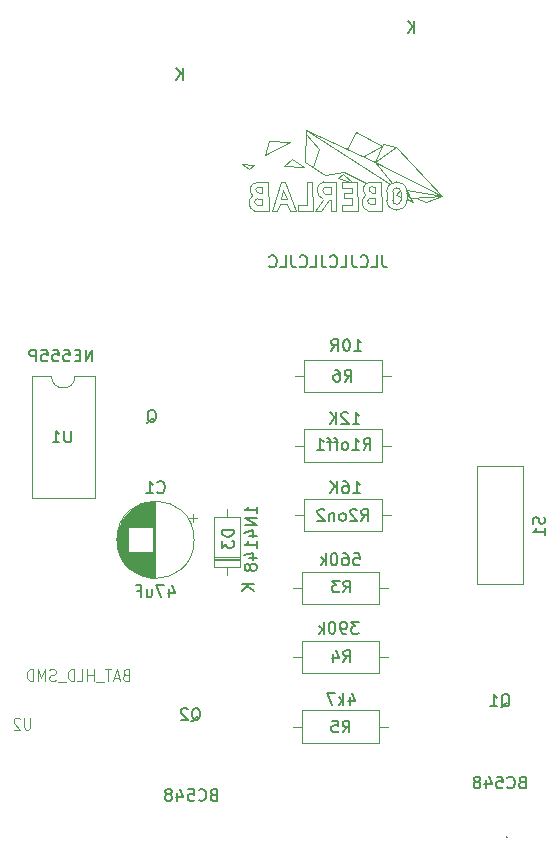
<source format=gbr>
%TF.GenerationSoftware,KiCad,Pcbnew,8.0.1*%
%TF.CreationDate,2024-04-02T10:22:41+02:00*%
%TF.ProjectId,KatzeV2,4b61747a-6556-4322-9e6b-696361645f70,rev?*%
%TF.SameCoordinates,Original*%
%TF.FileFunction,Legend,Bot*%
%TF.FilePolarity,Positive*%
%FSLAX46Y46*%
G04 Gerber Fmt 4.6, Leading zero omitted, Abs format (unit mm)*
G04 Created by KiCad (PCBNEW 8.0.1) date 2024-04-02 10:22:41*
%MOMM*%
%LPD*%
G01*
G04 APERTURE LIST*
%ADD10C,0.150000*%
%ADD11C,0.050000*%
%ADD12C,0.120000*%
%ADD13C,0.010000*%
G04 APERTURE END LIST*
D10*
X96117506Y-80589819D02*
X96117506Y-81304104D01*
X96117506Y-81304104D02*
X96165125Y-81446961D01*
X96165125Y-81446961D02*
X96260363Y-81542200D01*
X96260363Y-81542200D02*
X96403220Y-81589819D01*
X96403220Y-81589819D02*
X96498458Y-81589819D01*
X95165125Y-81589819D02*
X95641315Y-81589819D01*
X95641315Y-81589819D02*
X95641315Y-80589819D01*
X94260363Y-81494580D02*
X94307982Y-81542200D01*
X94307982Y-81542200D02*
X94450839Y-81589819D01*
X94450839Y-81589819D02*
X94546077Y-81589819D01*
X94546077Y-81589819D02*
X94688934Y-81542200D01*
X94688934Y-81542200D02*
X94784172Y-81446961D01*
X94784172Y-81446961D02*
X94831791Y-81351723D01*
X94831791Y-81351723D02*
X94879410Y-81161247D01*
X94879410Y-81161247D02*
X94879410Y-81018390D01*
X94879410Y-81018390D02*
X94831791Y-80827914D01*
X94831791Y-80827914D02*
X94784172Y-80732676D01*
X94784172Y-80732676D02*
X94688934Y-80637438D01*
X94688934Y-80637438D02*
X94546077Y-80589819D01*
X94546077Y-80589819D02*
X94450839Y-80589819D01*
X94450839Y-80589819D02*
X94307982Y-80637438D01*
X94307982Y-80637438D02*
X94260363Y-80685057D01*
X93546077Y-80589819D02*
X93546077Y-81304104D01*
X93546077Y-81304104D02*
X93593696Y-81446961D01*
X93593696Y-81446961D02*
X93688934Y-81542200D01*
X93688934Y-81542200D02*
X93831791Y-81589819D01*
X93831791Y-81589819D02*
X93927029Y-81589819D01*
X92593696Y-81589819D02*
X93069886Y-81589819D01*
X93069886Y-81589819D02*
X93069886Y-80589819D01*
X91688934Y-81494580D02*
X91736553Y-81542200D01*
X91736553Y-81542200D02*
X91879410Y-81589819D01*
X91879410Y-81589819D02*
X91974648Y-81589819D01*
X91974648Y-81589819D02*
X92117505Y-81542200D01*
X92117505Y-81542200D02*
X92212743Y-81446961D01*
X92212743Y-81446961D02*
X92260362Y-81351723D01*
X92260362Y-81351723D02*
X92307981Y-81161247D01*
X92307981Y-81161247D02*
X92307981Y-81018390D01*
X92307981Y-81018390D02*
X92260362Y-80827914D01*
X92260362Y-80827914D02*
X92212743Y-80732676D01*
X92212743Y-80732676D02*
X92117505Y-80637438D01*
X92117505Y-80637438D02*
X91974648Y-80589819D01*
X91974648Y-80589819D02*
X91879410Y-80589819D01*
X91879410Y-80589819D02*
X91736553Y-80637438D01*
X91736553Y-80637438D02*
X91688934Y-80685057D01*
X90974648Y-80589819D02*
X90974648Y-81304104D01*
X90974648Y-81304104D02*
X91022267Y-81446961D01*
X91022267Y-81446961D02*
X91117505Y-81542200D01*
X91117505Y-81542200D02*
X91260362Y-81589819D01*
X91260362Y-81589819D02*
X91355600Y-81589819D01*
X90022267Y-81589819D02*
X90498457Y-81589819D01*
X90498457Y-81589819D02*
X90498457Y-80589819D01*
X89117505Y-81494580D02*
X89165124Y-81542200D01*
X89165124Y-81542200D02*
X89307981Y-81589819D01*
X89307981Y-81589819D02*
X89403219Y-81589819D01*
X89403219Y-81589819D02*
X89546076Y-81542200D01*
X89546076Y-81542200D02*
X89641314Y-81446961D01*
X89641314Y-81446961D02*
X89688933Y-81351723D01*
X89688933Y-81351723D02*
X89736552Y-81161247D01*
X89736552Y-81161247D02*
X89736552Y-81018390D01*
X89736552Y-81018390D02*
X89688933Y-80827914D01*
X89688933Y-80827914D02*
X89641314Y-80732676D01*
X89641314Y-80732676D02*
X89546076Y-80637438D01*
X89546076Y-80637438D02*
X89403219Y-80589819D01*
X89403219Y-80589819D02*
X89307981Y-80589819D01*
X89307981Y-80589819D02*
X89165124Y-80637438D01*
X89165124Y-80637438D02*
X89117505Y-80685057D01*
X88403219Y-80589819D02*
X88403219Y-81304104D01*
X88403219Y-81304104D02*
X88450838Y-81446961D01*
X88450838Y-81446961D02*
X88546076Y-81542200D01*
X88546076Y-81542200D02*
X88688933Y-81589819D01*
X88688933Y-81589819D02*
X88784171Y-81589819D01*
X87450838Y-81589819D02*
X87927028Y-81589819D01*
X87927028Y-81589819D02*
X87927028Y-80589819D01*
X86546076Y-81494580D02*
X86593695Y-81542200D01*
X86593695Y-81542200D02*
X86736552Y-81589819D01*
X86736552Y-81589819D02*
X86831790Y-81589819D01*
X86831790Y-81589819D02*
X86974647Y-81542200D01*
X86974647Y-81542200D02*
X87069885Y-81446961D01*
X87069885Y-81446961D02*
X87117504Y-81351723D01*
X87117504Y-81351723D02*
X87165123Y-81161247D01*
X87165123Y-81161247D02*
X87165123Y-81018390D01*
X87165123Y-81018390D02*
X87117504Y-80827914D01*
X87117504Y-80827914D02*
X87069885Y-80732676D01*
X87069885Y-80732676D02*
X86974647Y-80637438D01*
X86974647Y-80637438D02*
X86831790Y-80589819D01*
X86831790Y-80589819D02*
X86736552Y-80589819D01*
X86736552Y-80589819D02*
X86593695Y-80637438D01*
X86593695Y-80637438D02*
X86546076Y-80685057D01*
X79213220Y-65734819D02*
X79213220Y-64734819D01*
X78641792Y-65734819D02*
X79070363Y-65163390D01*
X78641792Y-64734819D02*
X79213220Y-65306247D01*
X107927142Y-125191009D02*
X107784285Y-125238628D01*
X107784285Y-125238628D02*
X107736666Y-125286247D01*
X107736666Y-125286247D02*
X107689047Y-125381485D01*
X107689047Y-125381485D02*
X107689047Y-125524342D01*
X107689047Y-125524342D02*
X107736666Y-125619580D01*
X107736666Y-125619580D02*
X107784285Y-125667200D01*
X107784285Y-125667200D02*
X107879523Y-125714819D01*
X107879523Y-125714819D02*
X108260475Y-125714819D01*
X108260475Y-125714819D02*
X108260475Y-124714819D01*
X108260475Y-124714819D02*
X107927142Y-124714819D01*
X107927142Y-124714819D02*
X107831904Y-124762438D01*
X107831904Y-124762438D02*
X107784285Y-124810057D01*
X107784285Y-124810057D02*
X107736666Y-124905295D01*
X107736666Y-124905295D02*
X107736666Y-125000533D01*
X107736666Y-125000533D02*
X107784285Y-125095771D01*
X107784285Y-125095771D02*
X107831904Y-125143390D01*
X107831904Y-125143390D02*
X107927142Y-125191009D01*
X107927142Y-125191009D02*
X108260475Y-125191009D01*
X106689047Y-125619580D02*
X106736666Y-125667200D01*
X106736666Y-125667200D02*
X106879523Y-125714819D01*
X106879523Y-125714819D02*
X106974761Y-125714819D01*
X106974761Y-125714819D02*
X107117618Y-125667200D01*
X107117618Y-125667200D02*
X107212856Y-125571961D01*
X107212856Y-125571961D02*
X107260475Y-125476723D01*
X107260475Y-125476723D02*
X107308094Y-125286247D01*
X107308094Y-125286247D02*
X107308094Y-125143390D01*
X107308094Y-125143390D02*
X107260475Y-124952914D01*
X107260475Y-124952914D02*
X107212856Y-124857676D01*
X107212856Y-124857676D02*
X107117618Y-124762438D01*
X107117618Y-124762438D02*
X106974761Y-124714819D01*
X106974761Y-124714819D02*
X106879523Y-124714819D01*
X106879523Y-124714819D02*
X106736666Y-124762438D01*
X106736666Y-124762438D02*
X106689047Y-124810057D01*
X105784285Y-124714819D02*
X106260475Y-124714819D01*
X106260475Y-124714819D02*
X106308094Y-125191009D01*
X106308094Y-125191009D02*
X106260475Y-125143390D01*
X106260475Y-125143390D02*
X106165237Y-125095771D01*
X106165237Y-125095771D02*
X105927142Y-125095771D01*
X105927142Y-125095771D02*
X105831904Y-125143390D01*
X105831904Y-125143390D02*
X105784285Y-125191009D01*
X105784285Y-125191009D02*
X105736666Y-125286247D01*
X105736666Y-125286247D02*
X105736666Y-125524342D01*
X105736666Y-125524342D02*
X105784285Y-125619580D01*
X105784285Y-125619580D02*
X105831904Y-125667200D01*
X105831904Y-125667200D02*
X105927142Y-125714819D01*
X105927142Y-125714819D02*
X106165237Y-125714819D01*
X106165237Y-125714819D02*
X106260475Y-125667200D01*
X106260475Y-125667200D02*
X106308094Y-125619580D01*
X104879523Y-125048152D02*
X104879523Y-125714819D01*
X105117618Y-124667200D02*
X105355713Y-125381485D01*
X105355713Y-125381485D02*
X104736666Y-125381485D01*
X104212856Y-125143390D02*
X104308094Y-125095771D01*
X104308094Y-125095771D02*
X104355713Y-125048152D01*
X104355713Y-125048152D02*
X104403332Y-124952914D01*
X104403332Y-124952914D02*
X104403332Y-124905295D01*
X104403332Y-124905295D02*
X104355713Y-124810057D01*
X104355713Y-124810057D02*
X104308094Y-124762438D01*
X104308094Y-124762438D02*
X104212856Y-124714819D01*
X104212856Y-124714819D02*
X104022380Y-124714819D01*
X104022380Y-124714819D02*
X103927142Y-124762438D01*
X103927142Y-124762438D02*
X103879523Y-124810057D01*
X103879523Y-124810057D02*
X103831904Y-124905295D01*
X103831904Y-124905295D02*
X103831904Y-124952914D01*
X103831904Y-124952914D02*
X103879523Y-125048152D01*
X103879523Y-125048152D02*
X103927142Y-125095771D01*
X103927142Y-125095771D02*
X104022380Y-125143390D01*
X104022380Y-125143390D02*
X104212856Y-125143390D01*
X104212856Y-125143390D02*
X104308094Y-125191009D01*
X104308094Y-125191009D02*
X104355713Y-125238628D01*
X104355713Y-125238628D02*
X104403332Y-125333866D01*
X104403332Y-125333866D02*
X104403332Y-125524342D01*
X104403332Y-125524342D02*
X104355713Y-125619580D01*
X104355713Y-125619580D02*
X104308094Y-125667200D01*
X104308094Y-125667200D02*
X104212856Y-125714819D01*
X104212856Y-125714819D02*
X104022380Y-125714819D01*
X104022380Y-125714819D02*
X103927142Y-125667200D01*
X103927142Y-125667200D02*
X103879523Y-125619580D01*
X103879523Y-125619580D02*
X103831904Y-125524342D01*
X103831904Y-125524342D02*
X103831904Y-125333866D01*
X103831904Y-125333866D02*
X103879523Y-125238628D01*
X103879523Y-125238628D02*
X103927142Y-125191009D01*
X103927142Y-125191009D02*
X104022380Y-125143390D01*
X81807142Y-126261009D02*
X81664285Y-126308628D01*
X81664285Y-126308628D02*
X81616666Y-126356247D01*
X81616666Y-126356247D02*
X81569047Y-126451485D01*
X81569047Y-126451485D02*
X81569047Y-126594342D01*
X81569047Y-126594342D02*
X81616666Y-126689580D01*
X81616666Y-126689580D02*
X81664285Y-126737200D01*
X81664285Y-126737200D02*
X81759523Y-126784819D01*
X81759523Y-126784819D02*
X82140475Y-126784819D01*
X82140475Y-126784819D02*
X82140475Y-125784819D01*
X82140475Y-125784819D02*
X81807142Y-125784819D01*
X81807142Y-125784819D02*
X81711904Y-125832438D01*
X81711904Y-125832438D02*
X81664285Y-125880057D01*
X81664285Y-125880057D02*
X81616666Y-125975295D01*
X81616666Y-125975295D02*
X81616666Y-126070533D01*
X81616666Y-126070533D02*
X81664285Y-126165771D01*
X81664285Y-126165771D02*
X81711904Y-126213390D01*
X81711904Y-126213390D02*
X81807142Y-126261009D01*
X81807142Y-126261009D02*
X82140475Y-126261009D01*
X80569047Y-126689580D02*
X80616666Y-126737200D01*
X80616666Y-126737200D02*
X80759523Y-126784819D01*
X80759523Y-126784819D02*
X80854761Y-126784819D01*
X80854761Y-126784819D02*
X80997618Y-126737200D01*
X80997618Y-126737200D02*
X81092856Y-126641961D01*
X81092856Y-126641961D02*
X81140475Y-126546723D01*
X81140475Y-126546723D02*
X81188094Y-126356247D01*
X81188094Y-126356247D02*
X81188094Y-126213390D01*
X81188094Y-126213390D02*
X81140475Y-126022914D01*
X81140475Y-126022914D02*
X81092856Y-125927676D01*
X81092856Y-125927676D02*
X80997618Y-125832438D01*
X80997618Y-125832438D02*
X80854761Y-125784819D01*
X80854761Y-125784819D02*
X80759523Y-125784819D01*
X80759523Y-125784819D02*
X80616666Y-125832438D01*
X80616666Y-125832438D02*
X80569047Y-125880057D01*
X79664285Y-125784819D02*
X80140475Y-125784819D01*
X80140475Y-125784819D02*
X80188094Y-126261009D01*
X80188094Y-126261009D02*
X80140475Y-126213390D01*
X80140475Y-126213390D02*
X80045237Y-126165771D01*
X80045237Y-126165771D02*
X79807142Y-126165771D01*
X79807142Y-126165771D02*
X79711904Y-126213390D01*
X79711904Y-126213390D02*
X79664285Y-126261009D01*
X79664285Y-126261009D02*
X79616666Y-126356247D01*
X79616666Y-126356247D02*
X79616666Y-126594342D01*
X79616666Y-126594342D02*
X79664285Y-126689580D01*
X79664285Y-126689580D02*
X79711904Y-126737200D01*
X79711904Y-126737200D02*
X79807142Y-126784819D01*
X79807142Y-126784819D02*
X80045237Y-126784819D01*
X80045237Y-126784819D02*
X80140475Y-126737200D01*
X80140475Y-126737200D02*
X80188094Y-126689580D01*
X78759523Y-126118152D02*
X78759523Y-126784819D01*
X78997618Y-125737200D02*
X79235713Y-126451485D01*
X79235713Y-126451485D02*
X78616666Y-126451485D01*
X78092856Y-126213390D02*
X78188094Y-126165771D01*
X78188094Y-126165771D02*
X78235713Y-126118152D01*
X78235713Y-126118152D02*
X78283332Y-126022914D01*
X78283332Y-126022914D02*
X78283332Y-125975295D01*
X78283332Y-125975295D02*
X78235713Y-125880057D01*
X78235713Y-125880057D02*
X78188094Y-125832438D01*
X78188094Y-125832438D02*
X78092856Y-125784819D01*
X78092856Y-125784819D02*
X77902380Y-125784819D01*
X77902380Y-125784819D02*
X77807142Y-125832438D01*
X77807142Y-125832438D02*
X77759523Y-125880057D01*
X77759523Y-125880057D02*
X77711904Y-125975295D01*
X77711904Y-125975295D02*
X77711904Y-126022914D01*
X77711904Y-126022914D02*
X77759523Y-126118152D01*
X77759523Y-126118152D02*
X77807142Y-126165771D01*
X77807142Y-126165771D02*
X77902380Y-126213390D01*
X77902380Y-126213390D02*
X78092856Y-126213390D01*
X78092856Y-126213390D02*
X78188094Y-126261009D01*
X78188094Y-126261009D02*
X78235713Y-126308628D01*
X78235713Y-126308628D02*
X78283332Y-126403866D01*
X78283332Y-126403866D02*
X78283332Y-126594342D01*
X78283332Y-126594342D02*
X78235713Y-126689580D01*
X78235713Y-126689580D02*
X78188094Y-126737200D01*
X78188094Y-126737200D02*
X78092856Y-126784819D01*
X78092856Y-126784819D02*
X77902380Y-126784819D01*
X77902380Y-126784819D02*
X77807142Y-126737200D01*
X77807142Y-126737200D02*
X77759523Y-126689580D01*
X77759523Y-126689580D02*
X77711904Y-126594342D01*
X77711904Y-126594342D02*
X77711904Y-126403866D01*
X77711904Y-126403866D02*
X77759523Y-126308628D01*
X77759523Y-126308628D02*
X77807142Y-126261009D01*
X77807142Y-126261009D02*
X77902380Y-126213390D01*
X106155238Y-118860057D02*
X106250476Y-118812438D01*
X106250476Y-118812438D02*
X106345714Y-118717200D01*
X106345714Y-118717200D02*
X106488571Y-118574342D01*
X106488571Y-118574342D02*
X106583809Y-118526723D01*
X106583809Y-118526723D02*
X106679047Y-118526723D01*
X106631428Y-118764819D02*
X106726666Y-118717200D01*
X106726666Y-118717200D02*
X106821904Y-118621961D01*
X106821904Y-118621961D02*
X106869523Y-118431485D01*
X106869523Y-118431485D02*
X106869523Y-118098152D01*
X106869523Y-118098152D02*
X106821904Y-117907676D01*
X106821904Y-117907676D02*
X106726666Y-117812438D01*
X106726666Y-117812438D02*
X106631428Y-117764819D01*
X106631428Y-117764819D02*
X106440952Y-117764819D01*
X106440952Y-117764819D02*
X106345714Y-117812438D01*
X106345714Y-117812438D02*
X106250476Y-117907676D01*
X106250476Y-117907676D02*
X106202857Y-118098152D01*
X106202857Y-118098152D02*
X106202857Y-118431485D01*
X106202857Y-118431485D02*
X106250476Y-118621961D01*
X106250476Y-118621961D02*
X106345714Y-118717200D01*
X106345714Y-118717200D02*
X106440952Y-118764819D01*
X106440952Y-118764819D02*
X106631428Y-118764819D01*
X105250476Y-118764819D02*
X105821904Y-118764819D01*
X105536190Y-118764819D02*
X105536190Y-117764819D01*
X105536190Y-117764819D02*
X105631428Y-117907676D01*
X105631428Y-117907676D02*
X105726666Y-118002914D01*
X105726666Y-118002914D02*
X105821904Y-118050533D01*
X98813220Y-61734819D02*
X98813220Y-60734819D01*
X98241792Y-61734819D02*
X98670363Y-61163390D01*
X98241792Y-60734819D02*
X98813220Y-61306247D01*
X79945238Y-120020057D02*
X80040476Y-119972438D01*
X80040476Y-119972438D02*
X80135714Y-119877200D01*
X80135714Y-119877200D02*
X80278571Y-119734342D01*
X80278571Y-119734342D02*
X80373809Y-119686723D01*
X80373809Y-119686723D02*
X80469047Y-119686723D01*
X80421428Y-119924819D02*
X80516666Y-119877200D01*
X80516666Y-119877200D02*
X80611904Y-119781961D01*
X80611904Y-119781961D02*
X80659523Y-119591485D01*
X80659523Y-119591485D02*
X80659523Y-119258152D01*
X80659523Y-119258152D02*
X80611904Y-119067676D01*
X80611904Y-119067676D02*
X80516666Y-118972438D01*
X80516666Y-118972438D02*
X80421428Y-118924819D01*
X80421428Y-118924819D02*
X80230952Y-118924819D01*
X80230952Y-118924819D02*
X80135714Y-118972438D01*
X80135714Y-118972438D02*
X80040476Y-119067676D01*
X80040476Y-119067676D02*
X79992857Y-119258152D01*
X79992857Y-119258152D02*
X79992857Y-119591485D01*
X79992857Y-119591485D02*
X80040476Y-119781961D01*
X80040476Y-119781961D02*
X80135714Y-119877200D01*
X80135714Y-119877200D02*
X80230952Y-119924819D01*
X80230952Y-119924819D02*
X80421428Y-119924819D01*
X79611904Y-119020057D02*
X79564285Y-118972438D01*
X79564285Y-118972438D02*
X79469047Y-118924819D01*
X79469047Y-118924819D02*
X79230952Y-118924819D01*
X79230952Y-118924819D02*
X79135714Y-118972438D01*
X79135714Y-118972438D02*
X79088095Y-119020057D01*
X79088095Y-119020057D02*
X79040476Y-119115295D01*
X79040476Y-119115295D02*
X79040476Y-119210533D01*
X79040476Y-119210533D02*
X79088095Y-119353390D01*
X79088095Y-119353390D02*
X79659523Y-119924819D01*
X79659523Y-119924819D02*
X79040476Y-119924819D01*
X92916666Y-91269819D02*
X93249999Y-90793628D01*
X93488094Y-91269819D02*
X93488094Y-90269819D01*
X93488094Y-90269819D02*
X93107142Y-90269819D01*
X93107142Y-90269819D02*
X93011904Y-90317438D01*
X93011904Y-90317438D02*
X92964285Y-90365057D01*
X92964285Y-90365057D02*
X92916666Y-90460295D01*
X92916666Y-90460295D02*
X92916666Y-90603152D01*
X92916666Y-90603152D02*
X92964285Y-90698390D01*
X92964285Y-90698390D02*
X93011904Y-90746009D01*
X93011904Y-90746009D02*
X93107142Y-90793628D01*
X93107142Y-90793628D02*
X93488094Y-90793628D01*
X92059523Y-90269819D02*
X92249999Y-90269819D01*
X92249999Y-90269819D02*
X92345237Y-90317438D01*
X92345237Y-90317438D02*
X92392856Y-90365057D01*
X92392856Y-90365057D02*
X92488094Y-90507914D01*
X92488094Y-90507914D02*
X92535713Y-90698390D01*
X92535713Y-90698390D02*
X92535713Y-91079342D01*
X92535713Y-91079342D02*
X92488094Y-91174580D01*
X92488094Y-91174580D02*
X92440475Y-91222200D01*
X92440475Y-91222200D02*
X92345237Y-91269819D01*
X92345237Y-91269819D02*
X92154761Y-91269819D01*
X92154761Y-91269819D02*
X92059523Y-91222200D01*
X92059523Y-91222200D02*
X92011904Y-91174580D01*
X92011904Y-91174580D02*
X91964285Y-91079342D01*
X91964285Y-91079342D02*
X91964285Y-90841247D01*
X91964285Y-90841247D02*
X92011904Y-90746009D01*
X92011904Y-90746009D02*
X92059523Y-90698390D01*
X92059523Y-90698390D02*
X92154761Y-90650771D01*
X92154761Y-90650771D02*
X92345237Y-90650771D01*
X92345237Y-90650771D02*
X92440475Y-90698390D01*
X92440475Y-90698390D02*
X92488094Y-90746009D01*
X92488094Y-90746009D02*
X92535713Y-90841247D01*
X93740476Y-88669819D02*
X94311904Y-88669819D01*
X94026190Y-88669819D02*
X94026190Y-87669819D01*
X94026190Y-87669819D02*
X94121428Y-87812676D01*
X94121428Y-87812676D02*
X94216666Y-87907914D01*
X94216666Y-87907914D02*
X94311904Y-87955533D01*
X93121428Y-87669819D02*
X93026190Y-87669819D01*
X93026190Y-87669819D02*
X92930952Y-87717438D01*
X92930952Y-87717438D02*
X92883333Y-87765057D01*
X92883333Y-87765057D02*
X92835714Y-87860295D01*
X92835714Y-87860295D02*
X92788095Y-88050771D01*
X92788095Y-88050771D02*
X92788095Y-88288866D01*
X92788095Y-88288866D02*
X92835714Y-88479342D01*
X92835714Y-88479342D02*
X92883333Y-88574580D01*
X92883333Y-88574580D02*
X92930952Y-88622200D01*
X92930952Y-88622200D02*
X93026190Y-88669819D01*
X93026190Y-88669819D02*
X93121428Y-88669819D01*
X93121428Y-88669819D02*
X93216666Y-88622200D01*
X93216666Y-88622200D02*
X93264285Y-88574580D01*
X93264285Y-88574580D02*
X93311904Y-88479342D01*
X93311904Y-88479342D02*
X93359523Y-88288866D01*
X93359523Y-88288866D02*
X93359523Y-88050771D01*
X93359523Y-88050771D02*
X93311904Y-87860295D01*
X93311904Y-87860295D02*
X93264285Y-87765057D01*
X93264285Y-87765057D02*
X93216666Y-87717438D01*
X93216666Y-87717438D02*
X93121428Y-87669819D01*
X91788095Y-88669819D02*
X92121428Y-88193628D01*
X92359523Y-88669819D02*
X92359523Y-87669819D01*
X92359523Y-87669819D02*
X91978571Y-87669819D01*
X91978571Y-87669819D02*
X91883333Y-87717438D01*
X91883333Y-87717438D02*
X91835714Y-87765057D01*
X91835714Y-87765057D02*
X91788095Y-87860295D01*
X91788095Y-87860295D02*
X91788095Y-88003152D01*
X91788095Y-88003152D02*
X91835714Y-88098390D01*
X91835714Y-88098390D02*
X91883333Y-88146009D01*
X91883333Y-88146009D02*
X91978571Y-88193628D01*
X91978571Y-88193628D02*
X92359523Y-88193628D01*
X92816666Y-109119819D02*
X93149999Y-108643628D01*
X93388094Y-109119819D02*
X93388094Y-108119819D01*
X93388094Y-108119819D02*
X93007142Y-108119819D01*
X93007142Y-108119819D02*
X92911904Y-108167438D01*
X92911904Y-108167438D02*
X92864285Y-108215057D01*
X92864285Y-108215057D02*
X92816666Y-108310295D01*
X92816666Y-108310295D02*
X92816666Y-108453152D01*
X92816666Y-108453152D02*
X92864285Y-108548390D01*
X92864285Y-108548390D02*
X92911904Y-108596009D01*
X92911904Y-108596009D02*
X93007142Y-108643628D01*
X93007142Y-108643628D02*
X93388094Y-108643628D01*
X92483332Y-108119819D02*
X91864285Y-108119819D01*
X91864285Y-108119819D02*
X92197618Y-108500771D01*
X92197618Y-108500771D02*
X92054761Y-108500771D01*
X92054761Y-108500771D02*
X91959523Y-108548390D01*
X91959523Y-108548390D02*
X91911904Y-108596009D01*
X91911904Y-108596009D02*
X91864285Y-108691247D01*
X91864285Y-108691247D02*
X91864285Y-108929342D01*
X91864285Y-108929342D02*
X91911904Y-109024580D01*
X91911904Y-109024580D02*
X91959523Y-109072200D01*
X91959523Y-109072200D02*
X92054761Y-109119819D01*
X92054761Y-109119819D02*
X92340475Y-109119819D01*
X92340475Y-109119819D02*
X92435713Y-109072200D01*
X92435713Y-109072200D02*
X92483332Y-109024580D01*
X93682807Y-105816419D02*
X94158997Y-105816419D01*
X94158997Y-105816419D02*
X94206616Y-106292609D01*
X94206616Y-106292609D02*
X94158997Y-106244990D01*
X94158997Y-106244990D02*
X94063759Y-106197371D01*
X94063759Y-106197371D02*
X93825664Y-106197371D01*
X93825664Y-106197371D02*
X93730426Y-106244990D01*
X93730426Y-106244990D02*
X93682807Y-106292609D01*
X93682807Y-106292609D02*
X93635188Y-106387847D01*
X93635188Y-106387847D02*
X93635188Y-106625942D01*
X93635188Y-106625942D02*
X93682807Y-106721180D01*
X93682807Y-106721180D02*
X93730426Y-106768800D01*
X93730426Y-106768800D02*
X93825664Y-106816419D01*
X93825664Y-106816419D02*
X94063759Y-106816419D01*
X94063759Y-106816419D02*
X94158997Y-106768800D01*
X94158997Y-106768800D02*
X94206616Y-106721180D01*
X92778045Y-105816419D02*
X92968521Y-105816419D01*
X92968521Y-105816419D02*
X93063759Y-105864038D01*
X93063759Y-105864038D02*
X93111378Y-105911657D01*
X93111378Y-105911657D02*
X93206616Y-106054514D01*
X93206616Y-106054514D02*
X93254235Y-106244990D01*
X93254235Y-106244990D02*
X93254235Y-106625942D01*
X93254235Y-106625942D02*
X93206616Y-106721180D01*
X93206616Y-106721180D02*
X93158997Y-106768800D01*
X93158997Y-106768800D02*
X93063759Y-106816419D01*
X93063759Y-106816419D02*
X92873283Y-106816419D01*
X92873283Y-106816419D02*
X92778045Y-106768800D01*
X92778045Y-106768800D02*
X92730426Y-106721180D01*
X92730426Y-106721180D02*
X92682807Y-106625942D01*
X92682807Y-106625942D02*
X92682807Y-106387847D01*
X92682807Y-106387847D02*
X92730426Y-106292609D01*
X92730426Y-106292609D02*
X92778045Y-106244990D01*
X92778045Y-106244990D02*
X92873283Y-106197371D01*
X92873283Y-106197371D02*
X93063759Y-106197371D01*
X93063759Y-106197371D02*
X93158997Y-106244990D01*
X93158997Y-106244990D02*
X93206616Y-106292609D01*
X93206616Y-106292609D02*
X93254235Y-106387847D01*
X92063759Y-105816419D02*
X91968521Y-105816419D01*
X91968521Y-105816419D02*
X91873283Y-105864038D01*
X91873283Y-105864038D02*
X91825664Y-105911657D01*
X91825664Y-105911657D02*
X91778045Y-106006895D01*
X91778045Y-106006895D02*
X91730426Y-106197371D01*
X91730426Y-106197371D02*
X91730426Y-106435466D01*
X91730426Y-106435466D02*
X91778045Y-106625942D01*
X91778045Y-106625942D02*
X91825664Y-106721180D01*
X91825664Y-106721180D02*
X91873283Y-106768800D01*
X91873283Y-106768800D02*
X91968521Y-106816419D01*
X91968521Y-106816419D02*
X92063759Y-106816419D01*
X92063759Y-106816419D02*
X92158997Y-106768800D01*
X92158997Y-106768800D02*
X92206616Y-106721180D01*
X92206616Y-106721180D02*
X92254235Y-106625942D01*
X92254235Y-106625942D02*
X92301854Y-106435466D01*
X92301854Y-106435466D02*
X92301854Y-106197371D01*
X92301854Y-106197371D02*
X92254235Y-106006895D01*
X92254235Y-106006895D02*
X92206616Y-105911657D01*
X92206616Y-105911657D02*
X92158997Y-105864038D01*
X92158997Y-105864038D02*
X92063759Y-105816419D01*
X91301854Y-106816419D02*
X91301854Y-105816419D01*
X91206616Y-106435466D02*
X90920902Y-106816419D01*
X90920902Y-106149752D02*
X91301854Y-106530704D01*
X83504819Y-103826905D02*
X82504819Y-103826905D01*
X82504819Y-103826905D02*
X82504819Y-104065000D01*
X82504819Y-104065000D02*
X82552438Y-104207857D01*
X82552438Y-104207857D02*
X82647676Y-104303095D01*
X82647676Y-104303095D02*
X82742914Y-104350714D01*
X82742914Y-104350714D02*
X82933390Y-104398333D01*
X82933390Y-104398333D02*
X83076247Y-104398333D01*
X83076247Y-104398333D02*
X83266723Y-104350714D01*
X83266723Y-104350714D02*
X83361961Y-104303095D01*
X83361961Y-104303095D02*
X83457200Y-104207857D01*
X83457200Y-104207857D02*
X83504819Y-104065000D01*
X83504819Y-104065000D02*
X83504819Y-103826905D01*
X82504819Y-104731667D02*
X82504819Y-105350714D01*
X82504819Y-105350714D02*
X82885771Y-105017381D01*
X82885771Y-105017381D02*
X82885771Y-105160238D01*
X82885771Y-105160238D02*
X82933390Y-105255476D01*
X82933390Y-105255476D02*
X82981009Y-105303095D01*
X82981009Y-105303095D02*
X83076247Y-105350714D01*
X83076247Y-105350714D02*
X83314342Y-105350714D01*
X83314342Y-105350714D02*
X83409580Y-105303095D01*
X83409580Y-105303095D02*
X83457200Y-105255476D01*
X83457200Y-105255476D02*
X83504819Y-105160238D01*
X83504819Y-105160238D02*
X83504819Y-104874524D01*
X83504819Y-104874524D02*
X83457200Y-104779286D01*
X83457200Y-104779286D02*
X83409580Y-104731667D01*
X85454819Y-102422142D02*
X85454819Y-101850714D01*
X85454819Y-102136428D02*
X84454819Y-102136428D01*
X84454819Y-102136428D02*
X84597676Y-102041190D01*
X84597676Y-102041190D02*
X84692914Y-101945952D01*
X84692914Y-101945952D02*
X84740533Y-101850714D01*
X85454819Y-102850714D02*
X84454819Y-102850714D01*
X84454819Y-102850714D02*
X85454819Y-103422142D01*
X85454819Y-103422142D02*
X84454819Y-103422142D01*
X84788152Y-104326904D02*
X85454819Y-104326904D01*
X84407200Y-104088809D02*
X85121485Y-103850714D01*
X85121485Y-103850714D02*
X85121485Y-104469761D01*
X85454819Y-105374523D02*
X85454819Y-104803095D01*
X85454819Y-105088809D02*
X84454819Y-105088809D01*
X84454819Y-105088809D02*
X84597676Y-104993571D01*
X84597676Y-104993571D02*
X84692914Y-104898333D01*
X84692914Y-104898333D02*
X84740533Y-104803095D01*
X84788152Y-106231666D02*
X85454819Y-106231666D01*
X84407200Y-105993571D02*
X85121485Y-105755476D01*
X85121485Y-105755476D02*
X85121485Y-106374523D01*
X84883390Y-106898333D02*
X84835771Y-106803095D01*
X84835771Y-106803095D02*
X84788152Y-106755476D01*
X84788152Y-106755476D02*
X84692914Y-106707857D01*
X84692914Y-106707857D02*
X84645295Y-106707857D01*
X84645295Y-106707857D02*
X84550057Y-106755476D01*
X84550057Y-106755476D02*
X84502438Y-106803095D01*
X84502438Y-106803095D02*
X84454819Y-106898333D01*
X84454819Y-106898333D02*
X84454819Y-107088809D01*
X84454819Y-107088809D02*
X84502438Y-107184047D01*
X84502438Y-107184047D02*
X84550057Y-107231666D01*
X84550057Y-107231666D02*
X84645295Y-107279285D01*
X84645295Y-107279285D02*
X84692914Y-107279285D01*
X84692914Y-107279285D02*
X84788152Y-107231666D01*
X84788152Y-107231666D02*
X84835771Y-107184047D01*
X84835771Y-107184047D02*
X84883390Y-107088809D01*
X84883390Y-107088809D02*
X84883390Y-106898333D01*
X84883390Y-106898333D02*
X84931009Y-106803095D01*
X84931009Y-106803095D02*
X84978628Y-106755476D01*
X84978628Y-106755476D02*
X85073866Y-106707857D01*
X85073866Y-106707857D02*
X85264342Y-106707857D01*
X85264342Y-106707857D02*
X85359580Y-106755476D01*
X85359580Y-106755476D02*
X85407200Y-106803095D01*
X85407200Y-106803095D02*
X85454819Y-106898333D01*
X85454819Y-106898333D02*
X85454819Y-107088809D01*
X85454819Y-107088809D02*
X85407200Y-107184047D01*
X85407200Y-107184047D02*
X85359580Y-107231666D01*
X85359580Y-107231666D02*
X85264342Y-107279285D01*
X85264342Y-107279285D02*
X85073866Y-107279285D01*
X85073866Y-107279285D02*
X84978628Y-107231666D01*
X84978628Y-107231666D02*
X84931009Y-107184047D01*
X84931009Y-107184047D02*
X84883390Y-107088809D01*
X85204819Y-108403095D02*
X84204819Y-108403095D01*
X85204819Y-108974523D02*
X84633390Y-108545952D01*
X84204819Y-108974523D02*
X84776247Y-108403095D01*
X109807200Y-102753095D02*
X109854819Y-102895952D01*
X109854819Y-102895952D02*
X109854819Y-103134047D01*
X109854819Y-103134047D02*
X109807200Y-103229285D01*
X109807200Y-103229285D02*
X109759580Y-103276904D01*
X109759580Y-103276904D02*
X109664342Y-103324523D01*
X109664342Y-103324523D02*
X109569104Y-103324523D01*
X109569104Y-103324523D02*
X109473866Y-103276904D01*
X109473866Y-103276904D02*
X109426247Y-103229285D01*
X109426247Y-103229285D02*
X109378628Y-103134047D01*
X109378628Y-103134047D02*
X109331009Y-102943571D01*
X109331009Y-102943571D02*
X109283390Y-102848333D01*
X109283390Y-102848333D02*
X109235771Y-102800714D01*
X109235771Y-102800714D02*
X109140533Y-102753095D01*
X109140533Y-102753095D02*
X109045295Y-102753095D01*
X109045295Y-102753095D02*
X108950057Y-102800714D01*
X108950057Y-102800714D02*
X108902438Y-102848333D01*
X108902438Y-102848333D02*
X108854819Y-102943571D01*
X108854819Y-102943571D02*
X108854819Y-103181666D01*
X108854819Y-103181666D02*
X108902438Y-103324523D01*
X109854819Y-104276904D02*
X109854819Y-103705476D01*
X109854819Y-103991190D02*
X108854819Y-103991190D01*
X108854819Y-103991190D02*
X108997676Y-103895952D01*
X108997676Y-103895952D02*
X109092914Y-103800714D01*
X109092914Y-103800714D02*
X109140533Y-103705476D01*
X92746666Y-120969819D02*
X93079999Y-120493628D01*
X93318094Y-120969819D02*
X93318094Y-119969819D01*
X93318094Y-119969819D02*
X92937142Y-119969819D01*
X92937142Y-119969819D02*
X92841904Y-120017438D01*
X92841904Y-120017438D02*
X92794285Y-120065057D01*
X92794285Y-120065057D02*
X92746666Y-120160295D01*
X92746666Y-120160295D02*
X92746666Y-120303152D01*
X92746666Y-120303152D02*
X92794285Y-120398390D01*
X92794285Y-120398390D02*
X92841904Y-120446009D01*
X92841904Y-120446009D02*
X92937142Y-120493628D01*
X92937142Y-120493628D02*
X93318094Y-120493628D01*
X91841904Y-119969819D02*
X92318094Y-119969819D01*
X92318094Y-119969819D02*
X92365713Y-120446009D01*
X92365713Y-120446009D02*
X92318094Y-120398390D01*
X92318094Y-120398390D02*
X92222856Y-120350771D01*
X92222856Y-120350771D02*
X91984761Y-120350771D01*
X91984761Y-120350771D02*
X91889523Y-120398390D01*
X91889523Y-120398390D02*
X91841904Y-120446009D01*
X91841904Y-120446009D02*
X91794285Y-120541247D01*
X91794285Y-120541247D02*
X91794285Y-120779342D01*
X91794285Y-120779342D02*
X91841904Y-120874580D01*
X91841904Y-120874580D02*
X91889523Y-120922200D01*
X91889523Y-120922200D02*
X91984761Y-120969819D01*
X91984761Y-120969819D02*
X92222856Y-120969819D01*
X92222856Y-120969819D02*
X92318094Y-120922200D01*
X92318094Y-120922200D02*
X92365713Y-120874580D01*
X93340476Y-118003152D02*
X93340476Y-118669819D01*
X93578571Y-117622200D02*
X93816666Y-118336485D01*
X93816666Y-118336485D02*
X93197619Y-118336485D01*
X92816666Y-118669819D02*
X92816666Y-117669819D01*
X92721428Y-118288866D02*
X92435714Y-118669819D01*
X92435714Y-118003152D02*
X92816666Y-118384104D01*
X92102380Y-117669819D02*
X91435714Y-117669819D01*
X91435714Y-117669819D02*
X91864285Y-118669819D01*
D11*
X66301714Y-119739019D02*
X66301714Y-120548542D01*
X66301714Y-120548542D02*
X66258857Y-120643780D01*
X66258857Y-120643780D02*
X66216000Y-120691400D01*
X66216000Y-120691400D02*
X66130285Y-120739019D01*
X66130285Y-120739019D02*
X65958857Y-120739019D01*
X65958857Y-120739019D02*
X65873142Y-120691400D01*
X65873142Y-120691400D02*
X65830285Y-120643780D01*
X65830285Y-120643780D02*
X65787428Y-120548542D01*
X65787428Y-120548542D02*
X65787428Y-119739019D01*
X65401714Y-119834257D02*
X65358857Y-119786638D01*
X65358857Y-119786638D02*
X65273143Y-119739019D01*
X65273143Y-119739019D02*
X65058857Y-119739019D01*
X65058857Y-119739019D02*
X64973143Y-119786638D01*
X64973143Y-119786638D02*
X64930285Y-119834257D01*
X64930285Y-119834257D02*
X64887428Y-119929495D01*
X64887428Y-119929495D02*
X64887428Y-120024733D01*
X64887428Y-120024733D02*
X64930285Y-120167590D01*
X64930285Y-120167590D02*
X65444571Y-120739019D01*
X65444571Y-120739019D02*
X64887428Y-120739019D01*
X74394570Y-116095209D02*
X74265998Y-116142828D01*
X74265998Y-116142828D02*
X74223141Y-116190447D01*
X74223141Y-116190447D02*
X74180284Y-116285685D01*
X74180284Y-116285685D02*
X74180284Y-116428542D01*
X74180284Y-116428542D02*
X74223141Y-116523780D01*
X74223141Y-116523780D02*
X74265998Y-116571400D01*
X74265998Y-116571400D02*
X74351713Y-116619019D01*
X74351713Y-116619019D02*
X74694570Y-116619019D01*
X74694570Y-116619019D02*
X74694570Y-115619019D01*
X74694570Y-115619019D02*
X74394570Y-115619019D01*
X74394570Y-115619019D02*
X74308856Y-115666638D01*
X74308856Y-115666638D02*
X74265998Y-115714257D01*
X74265998Y-115714257D02*
X74223141Y-115809495D01*
X74223141Y-115809495D02*
X74223141Y-115904733D01*
X74223141Y-115904733D02*
X74265998Y-115999971D01*
X74265998Y-115999971D02*
X74308856Y-116047590D01*
X74308856Y-116047590D02*
X74394570Y-116095209D01*
X74394570Y-116095209D02*
X74694570Y-116095209D01*
X73837427Y-116333304D02*
X73408856Y-116333304D01*
X73923141Y-116619019D02*
X73623141Y-115619019D01*
X73623141Y-115619019D02*
X73323141Y-116619019D01*
X73151712Y-115619019D02*
X72637427Y-115619019D01*
X72894569Y-116619019D02*
X72894569Y-115619019D01*
X72551713Y-116714257D02*
X71865998Y-116714257D01*
X71651713Y-116619019D02*
X71651713Y-115619019D01*
X71651713Y-116095209D02*
X71137427Y-116095209D01*
X71137427Y-116619019D02*
X71137427Y-115619019D01*
X70280284Y-116619019D02*
X70708856Y-116619019D01*
X70708856Y-116619019D02*
X70708856Y-115619019D01*
X69980285Y-116619019D02*
X69980285Y-115619019D01*
X69980285Y-115619019D02*
X69765999Y-115619019D01*
X69765999Y-115619019D02*
X69637428Y-115666638D01*
X69637428Y-115666638D02*
X69551713Y-115761876D01*
X69551713Y-115761876D02*
X69508856Y-115857114D01*
X69508856Y-115857114D02*
X69465999Y-116047590D01*
X69465999Y-116047590D02*
X69465999Y-116190447D01*
X69465999Y-116190447D02*
X69508856Y-116380923D01*
X69508856Y-116380923D02*
X69551713Y-116476161D01*
X69551713Y-116476161D02*
X69637428Y-116571400D01*
X69637428Y-116571400D02*
X69765999Y-116619019D01*
X69765999Y-116619019D02*
X69980285Y-116619019D01*
X69294571Y-116714257D02*
X68608856Y-116714257D01*
X68437428Y-116571400D02*
X68308857Y-116619019D01*
X68308857Y-116619019D02*
X68094571Y-116619019D01*
X68094571Y-116619019D02*
X68008857Y-116571400D01*
X68008857Y-116571400D02*
X67965999Y-116523780D01*
X67965999Y-116523780D02*
X67923142Y-116428542D01*
X67923142Y-116428542D02*
X67923142Y-116333304D01*
X67923142Y-116333304D02*
X67965999Y-116238066D01*
X67965999Y-116238066D02*
X68008857Y-116190447D01*
X68008857Y-116190447D02*
X68094571Y-116142828D01*
X68094571Y-116142828D02*
X68265999Y-116095209D01*
X68265999Y-116095209D02*
X68351714Y-116047590D01*
X68351714Y-116047590D02*
X68394571Y-115999971D01*
X68394571Y-115999971D02*
X68437428Y-115904733D01*
X68437428Y-115904733D02*
X68437428Y-115809495D01*
X68437428Y-115809495D02*
X68394571Y-115714257D01*
X68394571Y-115714257D02*
X68351714Y-115666638D01*
X68351714Y-115666638D02*
X68265999Y-115619019D01*
X68265999Y-115619019D02*
X68051714Y-115619019D01*
X68051714Y-115619019D02*
X67923142Y-115666638D01*
X67537428Y-116619019D02*
X67537428Y-115619019D01*
X67537428Y-115619019D02*
X67237428Y-116333304D01*
X67237428Y-116333304D02*
X66937428Y-115619019D01*
X66937428Y-115619019D02*
X66937428Y-116619019D01*
X66508857Y-116619019D02*
X66508857Y-115619019D01*
X66508857Y-115619019D02*
X66294571Y-115619019D01*
X66294571Y-115619019D02*
X66166000Y-115666638D01*
X66166000Y-115666638D02*
X66080285Y-115761876D01*
X66080285Y-115761876D02*
X66037428Y-115857114D01*
X66037428Y-115857114D02*
X65994571Y-116047590D01*
X65994571Y-116047590D02*
X65994571Y-116190447D01*
X65994571Y-116190447D02*
X66037428Y-116380923D01*
X66037428Y-116380923D02*
X66080285Y-116476161D01*
X66080285Y-116476161D02*
X66166000Y-116571400D01*
X66166000Y-116571400D02*
X66294571Y-116619019D01*
X66294571Y-116619019D02*
X66508857Y-116619019D01*
D10*
X94327619Y-103069819D02*
X94660952Y-102593628D01*
X94899047Y-103069819D02*
X94899047Y-102069819D01*
X94899047Y-102069819D02*
X94518095Y-102069819D01*
X94518095Y-102069819D02*
X94422857Y-102117438D01*
X94422857Y-102117438D02*
X94375238Y-102165057D01*
X94375238Y-102165057D02*
X94327619Y-102260295D01*
X94327619Y-102260295D02*
X94327619Y-102403152D01*
X94327619Y-102403152D02*
X94375238Y-102498390D01*
X94375238Y-102498390D02*
X94422857Y-102546009D01*
X94422857Y-102546009D02*
X94518095Y-102593628D01*
X94518095Y-102593628D02*
X94899047Y-102593628D01*
X93946666Y-102165057D02*
X93899047Y-102117438D01*
X93899047Y-102117438D02*
X93803809Y-102069819D01*
X93803809Y-102069819D02*
X93565714Y-102069819D01*
X93565714Y-102069819D02*
X93470476Y-102117438D01*
X93470476Y-102117438D02*
X93422857Y-102165057D01*
X93422857Y-102165057D02*
X93375238Y-102260295D01*
X93375238Y-102260295D02*
X93375238Y-102355533D01*
X93375238Y-102355533D02*
X93422857Y-102498390D01*
X93422857Y-102498390D02*
X93994285Y-103069819D01*
X93994285Y-103069819D02*
X93375238Y-103069819D01*
X92803809Y-103069819D02*
X92899047Y-103022200D01*
X92899047Y-103022200D02*
X92946666Y-102974580D01*
X92946666Y-102974580D02*
X92994285Y-102879342D01*
X92994285Y-102879342D02*
X92994285Y-102593628D01*
X92994285Y-102593628D02*
X92946666Y-102498390D01*
X92946666Y-102498390D02*
X92899047Y-102450771D01*
X92899047Y-102450771D02*
X92803809Y-102403152D01*
X92803809Y-102403152D02*
X92660952Y-102403152D01*
X92660952Y-102403152D02*
X92565714Y-102450771D01*
X92565714Y-102450771D02*
X92518095Y-102498390D01*
X92518095Y-102498390D02*
X92470476Y-102593628D01*
X92470476Y-102593628D02*
X92470476Y-102879342D01*
X92470476Y-102879342D02*
X92518095Y-102974580D01*
X92518095Y-102974580D02*
X92565714Y-103022200D01*
X92565714Y-103022200D02*
X92660952Y-103069819D01*
X92660952Y-103069819D02*
X92803809Y-103069819D01*
X92041904Y-102403152D02*
X92041904Y-103069819D01*
X92041904Y-102498390D02*
X91994285Y-102450771D01*
X91994285Y-102450771D02*
X91899047Y-102403152D01*
X91899047Y-102403152D02*
X91756190Y-102403152D01*
X91756190Y-102403152D02*
X91660952Y-102450771D01*
X91660952Y-102450771D02*
X91613333Y-102546009D01*
X91613333Y-102546009D02*
X91613333Y-103069819D01*
X91184761Y-102165057D02*
X91137142Y-102117438D01*
X91137142Y-102117438D02*
X91041904Y-102069819D01*
X91041904Y-102069819D02*
X90803809Y-102069819D01*
X90803809Y-102069819D02*
X90708571Y-102117438D01*
X90708571Y-102117438D02*
X90660952Y-102165057D01*
X90660952Y-102165057D02*
X90613333Y-102260295D01*
X90613333Y-102260295D02*
X90613333Y-102355533D01*
X90613333Y-102355533D02*
X90660952Y-102498390D01*
X90660952Y-102498390D02*
X91232380Y-103069819D01*
X91232380Y-103069819D02*
X90613333Y-103069819D01*
X93640476Y-100719819D02*
X94211904Y-100719819D01*
X93926190Y-100719819D02*
X93926190Y-99719819D01*
X93926190Y-99719819D02*
X94021428Y-99862676D01*
X94021428Y-99862676D02*
X94116666Y-99957914D01*
X94116666Y-99957914D02*
X94211904Y-100005533D01*
X92783333Y-99719819D02*
X92973809Y-99719819D01*
X92973809Y-99719819D02*
X93069047Y-99767438D01*
X93069047Y-99767438D02*
X93116666Y-99815057D01*
X93116666Y-99815057D02*
X93211904Y-99957914D01*
X93211904Y-99957914D02*
X93259523Y-100148390D01*
X93259523Y-100148390D02*
X93259523Y-100529342D01*
X93259523Y-100529342D02*
X93211904Y-100624580D01*
X93211904Y-100624580D02*
X93164285Y-100672200D01*
X93164285Y-100672200D02*
X93069047Y-100719819D01*
X93069047Y-100719819D02*
X92878571Y-100719819D01*
X92878571Y-100719819D02*
X92783333Y-100672200D01*
X92783333Y-100672200D02*
X92735714Y-100624580D01*
X92735714Y-100624580D02*
X92688095Y-100529342D01*
X92688095Y-100529342D02*
X92688095Y-100291247D01*
X92688095Y-100291247D02*
X92735714Y-100196009D01*
X92735714Y-100196009D02*
X92783333Y-100148390D01*
X92783333Y-100148390D02*
X92878571Y-100100771D01*
X92878571Y-100100771D02*
X93069047Y-100100771D01*
X93069047Y-100100771D02*
X93164285Y-100148390D01*
X93164285Y-100148390D02*
X93211904Y-100196009D01*
X93211904Y-100196009D02*
X93259523Y-100291247D01*
X92259523Y-100719819D02*
X92259523Y-99719819D01*
X91688095Y-100719819D02*
X92116666Y-100148390D01*
X91688095Y-99719819D02*
X92259523Y-100291247D01*
X94516667Y-97069819D02*
X94850000Y-96593628D01*
X95088095Y-97069819D02*
X95088095Y-96069819D01*
X95088095Y-96069819D02*
X94707143Y-96069819D01*
X94707143Y-96069819D02*
X94611905Y-96117438D01*
X94611905Y-96117438D02*
X94564286Y-96165057D01*
X94564286Y-96165057D02*
X94516667Y-96260295D01*
X94516667Y-96260295D02*
X94516667Y-96403152D01*
X94516667Y-96403152D02*
X94564286Y-96498390D01*
X94564286Y-96498390D02*
X94611905Y-96546009D01*
X94611905Y-96546009D02*
X94707143Y-96593628D01*
X94707143Y-96593628D02*
X95088095Y-96593628D01*
X93564286Y-97069819D02*
X94135714Y-97069819D01*
X93850000Y-97069819D02*
X93850000Y-96069819D01*
X93850000Y-96069819D02*
X93945238Y-96212676D01*
X93945238Y-96212676D02*
X94040476Y-96307914D01*
X94040476Y-96307914D02*
X94135714Y-96355533D01*
X92992857Y-97069819D02*
X93088095Y-97022200D01*
X93088095Y-97022200D02*
X93135714Y-96974580D01*
X93135714Y-96974580D02*
X93183333Y-96879342D01*
X93183333Y-96879342D02*
X93183333Y-96593628D01*
X93183333Y-96593628D02*
X93135714Y-96498390D01*
X93135714Y-96498390D02*
X93088095Y-96450771D01*
X93088095Y-96450771D02*
X92992857Y-96403152D01*
X92992857Y-96403152D02*
X92850000Y-96403152D01*
X92850000Y-96403152D02*
X92754762Y-96450771D01*
X92754762Y-96450771D02*
X92707143Y-96498390D01*
X92707143Y-96498390D02*
X92659524Y-96593628D01*
X92659524Y-96593628D02*
X92659524Y-96879342D01*
X92659524Y-96879342D02*
X92707143Y-96974580D01*
X92707143Y-96974580D02*
X92754762Y-97022200D01*
X92754762Y-97022200D02*
X92850000Y-97069819D01*
X92850000Y-97069819D02*
X92992857Y-97069819D01*
X92373809Y-96403152D02*
X91992857Y-96403152D01*
X92230952Y-97069819D02*
X92230952Y-96212676D01*
X92230952Y-96212676D02*
X92183333Y-96117438D01*
X92183333Y-96117438D02*
X92088095Y-96069819D01*
X92088095Y-96069819D02*
X91992857Y-96069819D01*
X91802380Y-96403152D02*
X91421428Y-96403152D01*
X91659523Y-97069819D02*
X91659523Y-96212676D01*
X91659523Y-96212676D02*
X91611904Y-96117438D01*
X91611904Y-96117438D02*
X91516666Y-96069819D01*
X91516666Y-96069819D02*
X91421428Y-96069819D01*
X90564285Y-97069819D02*
X91135713Y-97069819D01*
X90849999Y-97069819D02*
X90849999Y-96069819D01*
X90849999Y-96069819D02*
X90945237Y-96212676D01*
X90945237Y-96212676D02*
X91040475Y-96307914D01*
X91040475Y-96307914D02*
X91135713Y-96355533D01*
X93590476Y-94869819D02*
X94161904Y-94869819D01*
X93876190Y-94869819D02*
X93876190Y-93869819D01*
X93876190Y-93869819D02*
X93971428Y-94012676D01*
X93971428Y-94012676D02*
X94066666Y-94107914D01*
X94066666Y-94107914D02*
X94161904Y-94155533D01*
X93209523Y-93965057D02*
X93161904Y-93917438D01*
X93161904Y-93917438D02*
X93066666Y-93869819D01*
X93066666Y-93869819D02*
X92828571Y-93869819D01*
X92828571Y-93869819D02*
X92733333Y-93917438D01*
X92733333Y-93917438D02*
X92685714Y-93965057D01*
X92685714Y-93965057D02*
X92638095Y-94060295D01*
X92638095Y-94060295D02*
X92638095Y-94155533D01*
X92638095Y-94155533D02*
X92685714Y-94298390D01*
X92685714Y-94298390D02*
X93257142Y-94869819D01*
X93257142Y-94869819D02*
X92638095Y-94869819D01*
X92209523Y-94869819D02*
X92209523Y-93869819D01*
X91638095Y-94869819D02*
X92066666Y-94298390D01*
X91638095Y-93869819D02*
X92209523Y-94441247D01*
X92816666Y-115019819D02*
X93149999Y-114543628D01*
X93388094Y-115019819D02*
X93388094Y-114019819D01*
X93388094Y-114019819D02*
X93007142Y-114019819D01*
X93007142Y-114019819D02*
X92911904Y-114067438D01*
X92911904Y-114067438D02*
X92864285Y-114115057D01*
X92864285Y-114115057D02*
X92816666Y-114210295D01*
X92816666Y-114210295D02*
X92816666Y-114353152D01*
X92816666Y-114353152D02*
X92864285Y-114448390D01*
X92864285Y-114448390D02*
X92911904Y-114496009D01*
X92911904Y-114496009D02*
X93007142Y-114543628D01*
X93007142Y-114543628D02*
X93388094Y-114543628D01*
X91959523Y-114353152D02*
X91959523Y-115019819D01*
X92197618Y-113972200D02*
X92435713Y-114686485D01*
X92435713Y-114686485D02*
X91816666Y-114686485D01*
X94090475Y-111619819D02*
X93471428Y-111619819D01*
X93471428Y-111619819D02*
X93804761Y-112000771D01*
X93804761Y-112000771D02*
X93661904Y-112000771D01*
X93661904Y-112000771D02*
X93566666Y-112048390D01*
X93566666Y-112048390D02*
X93519047Y-112096009D01*
X93519047Y-112096009D02*
X93471428Y-112191247D01*
X93471428Y-112191247D02*
X93471428Y-112429342D01*
X93471428Y-112429342D02*
X93519047Y-112524580D01*
X93519047Y-112524580D02*
X93566666Y-112572200D01*
X93566666Y-112572200D02*
X93661904Y-112619819D01*
X93661904Y-112619819D02*
X93947618Y-112619819D01*
X93947618Y-112619819D02*
X94042856Y-112572200D01*
X94042856Y-112572200D02*
X94090475Y-112524580D01*
X92995237Y-112619819D02*
X92804761Y-112619819D01*
X92804761Y-112619819D02*
X92709523Y-112572200D01*
X92709523Y-112572200D02*
X92661904Y-112524580D01*
X92661904Y-112524580D02*
X92566666Y-112381723D01*
X92566666Y-112381723D02*
X92519047Y-112191247D01*
X92519047Y-112191247D02*
X92519047Y-111810295D01*
X92519047Y-111810295D02*
X92566666Y-111715057D01*
X92566666Y-111715057D02*
X92614285Y-111667438D01*
X92614285Y-111667438D02*
X92709523Y-111619819D01*
X92709523Y-111619819D02*
X92899999Y-111619819D01*
X92899999Y-111619819D02*
X92995237Y-111667438D01*
X92995237Y-111667438D02*
X93042856Y-111715057D01*
X93042856Y-111715057D02*
X93090475Y-111810295D01*
X93090475Y-111810295D02*
X93090475Y-112048390D01*
X93090475Y-112048390D02*
X93042856Y-112143628D01*
X93042856Y-112143628D02*
X92995237Y-112191247D01*
X92995237Y-112191247D02*
X92899999Y-112238866D01*
X92899999Y-112238866D02*
X92709523Y-112238866D01*
X92709523Y-112238866D02*
X92614285Y-112191247D01*
X92614285Y-112191247D02*
X92566666Y-112143628D01*
X92566666Y-112143628D02*
X92519047Y-112048390D01*
X91899999Y-111619819D02*
X91804761Y-111619819D01*
X91804761Y-111619819D02*
X91709523Y-111667438D01*
X91709523Y-111667438D02*
X91661904Y-111715057D01*
X91661904Y-111715057D02*
X91614285Y-111810295D01*
X91614285Y-111810295D02*
X91566666Y-112000771D01*
X91566666Y-112000771D02*
X91566666Y-112238866D01*
X91566666Y-112238866D02*
X91614285Y-112429342D01*
X91614285Y-112429342D02*
X91661904Y-112524580D01*
X91661904Y-112524580D02*
X91709523Y-112572200D01*
X91709523Y-112572200D02*
X91804761Y-112619819D01*
X91804761Y-112619819D02*
X91899999Y-112619819D01*
X91899999Y-112619819D02*
X91995237Y-112572200D01*
X91995237Y-112572200D02*
X92042856Y-112524580D01*
X92042856Y-112524580D02*
X92090475Y-112429342D01*
X92090475Y-112429342D02*
X92138094Y-112238866D01*
X92138094Y-112238866D02*
X92138094Y-112000771D01*
X92138094Y-112000771D02*
X92090475Y-111810295D01*
X92090475Y-111810295D02*
X92042856Y-111715057D01*
X92042856Y-111715057D02*
X91995237Y-111667438D01*
X91995237Y-111667438D02*
X91899999Y-111619819D01*
X91138094Y-112619819D02*
X91138094Y-111619819D01*
X91042856Y-112238866D02*
X90757142Y-112619819D01*
X90757142Y-111953152D02*
X91138094Y-112334104D01*
X69761904Y-95419819D02*
X69761904Y-96229342D01*
X69761904Y-96229342D02*
X69714285Y-96324580D01*
X69714285Y-96324580D02*
X69666666Y-96372200D01*
X69666666Y-96372200D02*
X69571428Y-96419819D01*
X69571428Y-96419819D02*
X69380952Y-96419819D01*
X69380952Y-96419819D02*
X69285714Y-96372200D01*
X69285714Y-96372200D02*
X69238095Y-96324580D01*
X69238095Y-96324580D02*
X69190476Y-96229342D01*
X69190476Y-96229342D02*
X69190476Y-95419819D01*
X68190476Y-96419819D02*
X68761904Y-96419819D01*
X68476190Y-96419819D02*
X68476190Y-95419819D01*
X68476190Y-95419819D02*
X68571428Y-95562676D01*
X68571428Y-95562676D02*
X68666666Y-95657914D01*
X68666666Y-95657914D02*
X68761904Y-95705533D01*
X71566666Y-89569819D02*
X71566666Y-88569819D01*
X71566666Y-88569819D02*
X70995238Y-89569819D01*
X70995238Y-89569819D02*
X70995238Y-88569819D01*
X70519047Y-89046009D02*
X70185714Y-89046009D01*
X70042857Y-89569819D02*
X70519047Y-89569819D01*
X70519047Y-89569819D02*
X70519047Y-88569819D01*
X70519047Y-88569819D02*
X70042857Y-88569819D01*
X69138095Y-88569819D02*
X69614285Y-88569819D01*
X69614285Y-88569819D02*
X69661904Y-89046009D01*
X69661904Y-89046009D02*
X69614285Y-88998390D01*
X69614285Y-88998390D02*
X69519047Y-88950771D01*
X69519047Y-88950771D02*
X69280952Y-88950771D01*
X69280952Y-88950771D02*
X69185714Y-88998390D01*
X69185714Y-88998390D02*
X69138095Y-89046009D01*
X69138095Y-89046009D02*
X69090476Y-89141247D01*
X69090476Y-89141247D02*
X69090476Y-89379342D01*
X69090476Y-89379342D02*
X69138095Y-89474580D01*
X69138095Y-89474580D02*
X69185714Y-89522200D01*
X69185714Y-89522200D02*
X69280952Y-89569819D01*
X69280952Y-89569819D02*
X69519047Y-89569819D01*
X69519047Y-89569819D02*
X69614285Y-89522200D01*
X69614285Y-89522200D02*
X69661904Y-89474580D01*
X68185714Y-88569819D02*
X68661904Y-88569819D01*
X68661904Y-88569819D02*
X68709523Y-89046009D01*
X68709523Y-89046009D02*
X68661904Y-88998390D01*
X68661904Y-88998390D02*
X68566666Y-88950771D01*
X68566666Y-88950771D02*
X68328571Y-88950771D01*
X68328571Y-88950771D02*
X68233333Y-88998390D01*
X68233333Y-88998390D02*
X68185714Y-89046009D01*
X68185714Y-89046009D02*
X68138095Y-89141247D01*
X68138095Y-89141247D02*
X68138095Y-89379342D01*
X68138095Y-89379342D02*
X68185714Y-89474580D01*
X68185714Y-89474580D02*
X68233333Y-89522200D01*
X68233333Y-89522200D02*
X68328571Y-89569819D01*
X68328571Y-89569819D02*
X68566666Y-89569819D01*
X68566666Y-89569819D02*
X68661904Y-89522200D01*
X68661904Y-89522200D02*
X68709523Y-89474580D01*
X67233333Y-88569819D02*
X67709523Y-88569819D01*
X67709523Y-88569819D02*
X67757142Y-89046009D01*
X67757142Y-89046009D02*
X67709523Y-88998390D01*
X67709523Y-88998390D02*
X67614285Y-88950771D01*
X67614285Y-88950771D02*
X67376190Y-88950771D01*
X67376190Y-88950771D02*
X67280952Y-88998390D01*
X67280952Y-88998390D02*
X67233333Y-89046009D01*
X67233333Y-89046009D02*
X67185714Y-89141247D01*
X67185714Y-89141247D02*
X67185714Y-89379342D01*
X67185714Y-89379342D02*
X67233333Y-89474580D01*
X67233333Y-89474580D02*
X67280952Y-89522200D01*
X67280952Y-89522200D02*
X67376190Y-89569819D01*
X67376190Y-89569819D02*
X67614285Y-89569819D01*
X67614285Y-89569819D02*
X67709523Y-89522200D01*
X67709523Y-89522200D02*
X67757142Y-89474580D01*
X66757142Y-89569819D02*
X66757142Y-88569819D01*
X66757142Y-88569819D02*
X66376190Y-88569819D01*
X66376190Y-88569819D02*
X66280952Y-88617438D01*
X66280952Y-88617438D02*
X66233333Y-88665057D01*
X66233333Y-88665057D02*
X66185714Y-88760295D01*
X66185714Y-88760295D02*
X66185714Y-88903152D01*
X66185714Y-88903152D02*
X66233333Y-88998390D01*
X66233333Y-88998390D02*
X66280952Y-89046009D01*
X66280952Y-89046009D02*
X66376190Y-89093628D01*
X66376190Y-89093628D02*
X66757142Y-89093628D01*
X77066666Y-100624580D02*
X77114285Y-100672200D01*
X77114285Y-100672200D02*
X77257142Y-100719819D01*
X77257142Y-100719819D02*
X77352380Y-100719819D01*
X77352380Y-100719819D02*
X77495237Y-100672200D01*
X77495237Y-100672200D02*
X77590475Y-100576961D01*
X77590475Y-100576961D02*
X77638094Y-100481723D01*
X77638094Y-100481723D02*
X77685713Y-100291247D01*
X77685713Y-100291247D02*
X77685713Y-100148390D01*
X77685713Y-100148390D02*
X77638094Y-99957914D01*
X77638094Y-99957914D02*
X77590475Y-99862676D01*
X77590475Y-99862676D02*
X77495237Y-99767438D01*
X77495237Y-99767438D02*
X77352380Y-99719819D01*
X77352380Y-99719819D02*
X77257142Y-99719819D01*
X77257142Y-99719819D02*
X77114285Y-99767438D01*
X77114285Y-99767438D02*
X77066666Y-99815057D01*
X76114285Y-100719819D02*
X76685713Y-100719819D01*
X76399999Y-100719819D02*
X76399999Y-99719819D01*
X76399999Y-99719819D02*
X76495237Y-99862676D01*
X76495237Y-99862676D02*
X76590475Y-99957914D01*
X76590475Y-99957914D02*
X76685713Y-100005533D01*
X78066666Y-108853152D02*
X78066666Y-109519819D01*
X78304761Y-108472200D02*
X78542856Y-109186485D01*
X78542856Y-109186485D02*
X77923809Y-109186485D01*
X77638094Y-108519819D02*
X76971428Y-108519819D01*
X76971428Y-108519819D02*
X77399999Y-109519819D01*
X76161904Y-108853152D02*
X76161904Y-109519819D01*
X76590475Y-108853152D02*
X76590475Y-109376961D01*
X76590475Y-109376961D02*
X76542856Y-109472200D01*
X76542856Y-109472200D02*
X76447618Y-109519819D01*
X76447618Y-109519819D02*
X76304761Y-109519819D01*
X76304761Y-109519819D02*
X76209523Y-109472200D01*
X76209523Y-109472200D02*
X76161904Y-109424580D01*
X75352380Y-108996009D02*
X75685713Y-108996009D01*
X75685713Y-109519819D02*
X75685713Y-108519819D01*
X75685713Y-108519819D02*
X75209523Y-108519819D01*
X76209047Y-94760057D02*
X76304285Y-94712438D01*
X76304285Y-94712438D02*
X76399523Y-94617200D01*
X76399523Y-94617200D02*
X76542380Y-94474342D01*
X76542380Y-94474342D02*
X76637618Y-94426723D01*
X76637618Y-94426723D02*
X76732856Y-94426723D01*
X76685237Y-94664819D02*
X76780475Y-94617200D01*
X76780475Y-94617200D02*
X76875713Y-94521961D01*
X76875713Y-94521961D02*
X76923332Y-94331485D01*
X76923332Y-94331485D02*
X76923332Y-93998152D01*
X76923332Y-93998152D02*
X76875713Y-93807676D01*
X76875713Y-93807676D02*
X76780475Y-93712438D01*
X76780475Y-93712438D02*
X76685237Y-93664819D01*
X76685237Y-93664819D02*
X76494761Y-93664819D01*
X76494761Y-93664819D02*
X76399523Y-93712438D01*
X76399523Y-93712438D02*
X76304285Y-93807676D01*
X76304285Y-93807676D02*
X76256666Y-93998152D01*
X76256666Y-93998152D02*
X76256666Y-94331485D01*
X76256666Y-94331485D02*
X76304285Y-94521961D01*
X76304285Y-94521961D02*
X76399523Y-94617200D01*
X76399523Y-94617200D02*
X76494761Y-94664819D01*
X76494761Y-94664819D02*
X76685237Y-94664819D01*
D11*
%TO.C,G\u002A\u002A\u002A*%
X84225000Y-72815000D02*
X84800000Y-73290000D01*
X84800000Y-73290000D02*
X85225000Y-72965000D01*
X85225000Y-72965000D02*
X84225000Y-72815000D01*
D12*
X85550000Y-74403605D02*
X86450000Y-74390000D01*
X85949999Y-75785050D02*
X85549999Y-75785050D01*
X85950000Y-74790000D02*
X85700000Y-74790000D01*
X85950000Y-74840000D02*
X85950000Y-75290000D01*
X85950000Y-75290000D02*
X85650000Y-75290000D01*
X85950000Y-75790000D02*
X85950000Y-76290000D01*
X85950000Y-76290000D02*
X85500000Y-76290000D01*
D11*
X86175000Y-72090000D02*
X86525000Y-70915000D01*
D12*
X86450000Y-74390000D02*
X86500000Y-76840000D01*
X86500000Y-76840000D02*
X85300000Y-76840000D01*
D11*
X86525000Y-70915000D02*
X88325000Y-70965000D01*
D12*
X86775000Y-76840000D02*
X87550000Y-74390000D01*
X87175000Y-76840000D02*
X86775000Y-76840000D01*
X87425000Y-76240000D02*
X87175000Y-76840000D01*
X87500000Y-75840000D02*
X87725000Y-75090000D01*
X87550000Y-74390000D02*
X87875000Y-74390000D01*
X87725000Y-75090000D02*
X88000000Y-75840000D01*
D11*
X87750000Y-73015000D02*
X89425000Y-73115000D01*
D12*
X87875000Y-74390000D02*
X88775000Y-76840000D01*
X88000000Y-75840000D02*
X87500000Y-75840000D01*
X88025000Y-76240000D02*
X87425000Y-76240000D01*
X88275000Y-76840000D02*
X88025000Y-76240000D01*
X88275000Y-76840000D02*
X88775000Y-76840000D01*
D11*
X88325000Y-70965000D02*
X86175000Y-72090000D01*
X88450000Y-72440000D02*
X87750000Y-73015000D01*
D12*
X88950000Y-76365000D02*
X88950000Y-76815000D01*
X88950000Y-76815000D02*
X90200000Y-76815000D01*
D11*
X89450000Y-73115000D02*
X88450000Y-72440000D01*
X89600000Y-72665000D02*
X91225000Y-73790000D01*
X89650000Y-70340000D02*
X90775000Y-71565000D01*
X89675000Y-69940000D02*
X89600000Y-72665000D01*
D12*
X89700000Y-76365000D02*
X88950000Y-76365000D01*
X89725000Y-74365000D02*
X89700000Y-76365000D01*
X90175000Y-74365000D02*
X89725000Y-74365000D01*
X90200000Y-76815000D02*
X90175000Y-74365000D01*
X90375000Y-76815000D02*
X91075000Y-75865000D01*
X90475000Y-76815000D02*
X90375000Y-76815000D01*
D11*
X90775000Y-71565000D02*
X90200000Y-73065000D01*
D12*
X90875000Y-76815000D02*
X90475000Y-76815000D01*
X91116269Y-74359594D02*
X92225000Y-74365000D01*
D11*
X91225000Y-73790000D02*
X92900000Y-73565000D01*
D12*
X91275000Y-74815000D02*
X91725000Y-74815000D01*
X91625000Y-75865000D02*
X90875000Y-76815000D01*
X91725000Y-74815000D02*
X91725000Y-75365000D01*
X91725000Y-75365000D02*
X91225000Y-75365000D01*
X91775000Y-75865000D02*
X91625000Y-75865000D01*
X91775000Y-76815000D02*
X91775000Y-75865000D01*
X92225000Y-74365000D02*
X92225000Y-76815000D01*
X92225000Y-76815000D02*
X91775000Y-76815000D01*
D11*
X92375000Y-74015000D02*
X93350000Y-74365000D01*
D12*
X92675000Y-74365000D02*
X93975000Y-74365000D01*
X92675000Y-74865000D02*
X92675000Y-74365000D01*
X92675000Y-76315000D02*
X93525000Y-76315000D01*
X92675000Y-76815000D02*
X92675000Y-76315000D01*
D11*
X92775000Y-73740000D02*
X92375000Y-74015000D01*
D12*
X92875000Y-75315000D02*
X93525000Y-75315000D01*
X92875000Y-75765000D02*
X92875000Y-75315000D01*
D11*
X92900000Y-73565000D02*
X94725000Y-74465000D01*
X93150000Y-71565000D02*
X89675000Y-69940000D01*
X93150000Y-71565000D02*
X95475000Y-72715000D01*
D12*
X93525000Y-74865000D02*
X92675000Y-74865000D01*
X93525000Y-75315000D02*
X93525000Y-74865000D01*
X93525000Y-75765000D02*
X92875000Y-75765000D01*
X93525000Y-76315000D02*
X93525000Y-75765000D01*
D11*
X93550000Y-74340000D02*
X92775000Y-73740000D01*
X93900000Y-70140000D02*
X93150000Y-71565000D01*
X93900000Y-70140000D02*
X96100000Y-71315000D01*
D12*
X93925000Y-76815000D02*
X92675000Y-76815000D01*
X93975000Y-74365000D02*
X94025000Y-76815000D01*
X94025000Y-76815000D02*
X93925000Y-76815000D01*
X95125000Y-74378605D02*
X96025000Y-74365000D01*
D11*
X95475000Y-72715000D02*
X96950000Y-74440000D01*
X95475000Y-72715000D02*
X101125000Y-75565000D01*
D12*
X95524999Y-75760050D02*
X95124999Y-75760050D01*
X95525000Y-74765000D02*
X95275000Y-74765000D01*
X95525000Y-74815000D02*
X95525000Y-75265000D01*
X95525000Y-75265000D02*
X95225000Y-75265000D01*
X95525000Y-75765000D02*
X95525000Y-76265000D01*
X95525000Y-76265000D02*
X95075000Y-76265000D01*
X96025000Y-74365000D02*
X96075000Y-76815000D01*
X96075000Y-76815000D02*
X94875000Y-76815000D01*
D11*
X96100000Y-71315000D02*
X94525000Y-72215000D01*
X96200000Y-71140000D02*
X95475000Y-72715000D01*
D12*
X96475000Y-75215000D02*
X96475000Y-75915000D01*
D11*
X96775000Y-74540000D02*
X89675000Y-69940000D01*
D12*
X96975000Y-75215000D02*
X96975000Y-75865000D01*
D11*
X97225000Y-71390000D02*
X95475000Y-72715000D01*
X97225000Y-71390000D02*
X96200000Y-71140000D01*
X97300000Y-75465000D02*
X97675000Y-75640000D01*
X97625000Y-75065000D02*
X97300000Y-75465000D01*
D12*
X97675000Y-75215000D02*
X97675000Y-75915000D01*
D11*
X98175000Y-75815000D02*
X98725000Y-76090000D01*
D12*
X98175000Y-75915000D02*
X98175000Y-75215000D01*
D11*
X98225000Y-75090000D02*
X98450000Y-75715000D01*
X98450000Y-75715000D02*
X101125000Y-75565000D01*
X98725000Y-76090000D02*
X98150000Y-75290000D01*
X99800000Y-76040000D02*
X98975000Y-75690000D01*
X101125000Y-75565000D02*
X97225000Y-71390000D01*
X101125000Y-75565000D02*
X98225000Y-75090000D01*
X101125000Y-75565000D02*
X99800000Y-76040000D01*
D12*
X85100001Y-75489999D02*
G75*
G02*
X85550000Y-74403606I449999J449999D01*
G01*
X85300001Y-76839998D02*
G75*
G02*
X85123744Y-75531064I249998J699998D01*
G01*
X85500001Y-76289998D02*
G75*
G02*
X85549999Y-75785051I49999J249998D01*
G01*
X85650000Y-75290000D02*
G75*
G02*
X85710634Y-74797464I0J250000D01*
G01*
X91100001Y-75814998D02*
G75*
G02*
X91116269Y-74359595I249999J724998D01*
G01*
X91225001Y-75364998D02*
G75*
G02*
X91225001Y-74815002I124999J274998D01*
G01*
X94675001Y-75464999D02*
G75*
G02*
X95125000Y-74378606I449999J449999D01*
G01*
X94875001Y-76814998D02*
G75*
G02*
X94698744Y-75506064I249998J699998D01*
G01*
X95075001Y-76264998D02*
G75*
G02*
X95124999Y-75760051I49999J249998D01*
G01*
X95225000Y-75265000D02*
G75*
G02*
X95285634Y-74772464I0J250000D01*
G01*
X96475000Y-75215000D02*
G75*
G02*
X98175000Y-75215000I850000J0D01*
G01*
X96975000Y-75215000D02*
G75*
G02*
X97675000Y-75215000I350000J0D01*
G01*
X97675000Y-75915000D02*
G75*
G02*
X96975000Y-75915000I-350000J0D01*
G01*
X98175000Y-75915000D02*
G75*
G02*
X96475000Y-75915000I-850000J0D01*
G01*
D13*
X106672361Y-129810226D02*
X106608542Y-129874045D01*
X106544723Y-129810226D01*
X106608542Y-129746407D01*
X106672361Y-129810226D01*
G36*
X106672361Y-129810226D02*
G01*
X106608542Y-129874045D01*
X106544723Y-129810226D01*
X106608542Y-129746407D01*
X106672361Y-129810226D01*
G37*
D12*
%TO.C,R6*%
X96820000Y-90815000D02*
X96050000Y-90815000D01*
X96050000Y-92185000D02*
X89510000Y-92185000D01*
X96050000Y-89445000D02*
X96050000Y-92185000D01*
X89510000Y-92185000D02*
X89510000Y-89445000D01*
X89510000Y-89445000D02*
X96050000Y-89445000D01*
X88740000Y-90815000D02*
X89510000Y-90815000D01*
%TO.C,R3*%
X88523760Y-108731600D02*
X89293760Y-108731600D01*
X89293760Y-107361600D02*
X95833760Y-107361600D01*
X89293760Y-110101600D02*
X89293760Y-107361600D01*
X95833760Y-107361600D02*
X95833760Y-110101600D01*
X95833760Y-110101600D02*
X89293760Y-110101600D01*
X96603760Y-108731600D02*
X95833760Y-108731600D01*
%TO.C,D3*%
X82950000Y-107625000D02*
X82950000Y-106975000D01*
X81830000Y-106975000D02*
X81830000Y-102735000D01*
X84070000Y-106975000D02*
X81830000Y-106975000D01*
X84070000Y-106375000D02*
X81830000Y-106375000D01*
X84070000Y-106255000D02*
X81830000Y-106255000D01*
X84070000Y-106135000D02*
X81830000Y-106135000D01*
X81830000Y-102735000D02*
X84070000Y-102735000D01*
X84070000Y-102735000D02*
X84070000Y-106975000D01*
X82950000Y-102085000D02*
X82950000Y-102735000D01*
%TO.C,S1*%
X108030400Y-98427400D02*
X104093400Y-98402000D01*
X104093400Y-98427400D02*
X104093400Y-108384200D01*
X108030400Y-108384200D02*
X108030400Y-98427400D01*
X104093400Y-108384200D02*
X108030400Y-108384200D01*
%TO.C,R5*%
X96620000Y-120487200D02*
X95850000Y-120487200D01*
X95850000Y-121857200D02*
X89310000Y-121857200D01*
X95850000Y-119117200D02*
X95850000Y-121857200D01*
X89310000Y-121857200D02*
X89310000Y-119117200D01*
X89310000Y-119117200D02*
X95850000Y-119117200D01*
X88540000Y-120487200D02*
X89310000Y-120487200D01*
%TO.C,R2on2*%
X96820000Y-102570600D02*
X96050000Y-102570600D01*
X96050000Y-103940600D02*
X89510000Y-103940600D01*
X96050000Y-101200600D02*
X96050000Y-103940600D01*
X89510000Y-103940600D02*
X89510000Y-101200600D01*
X89510000Y-101200600D02*
X96050000Y-101200600D01*
X88740000Y-102570600D02*
X89510000Y-102570600D01*
%TO.C,R1off1*%
X96820000Y-96692800D02*
X96050000Y-96692800D01*
X96050000Y-98062800D02*
X89510000Y-98062800D01*
X96050000Y-95322800D02*
X96050000Y-98062800D01*
X89510000Y-98062800D02*
X89510000Y-95322800D01*
X89510000Y-95322800D02*
X96050000Y-95322800D01*
X88740000Y-96692800D02*
X89510000Y-96692800D01*
%TO.C,R4*%
X96620000Y-114609400D02*
X95850000Y-114609400D01*
X95850000Y-115979400D02*
X89310000Y-115979400D01*
X95850000Y-113239400D02*
X95850000Y-115979400D01*
X89310000Y-115979400D02*
X89310000Y-113239400D01*
X89310000Y-113239400D02*
X95850000Y-113239400D01*
X88540000Y-114609400D02*
X89310000Y-114609400D01*
%TO.C,U1*%
X71740000Y-101095000D02*
X66440000Y-101095000D01*
X71740000Y-90815000D02*
X71740000Y-101095000D01*
X70090000Y-90815000D02*
X71740000Y-90815000D01*
X66440000Y-101095000D02*
X66440000Y-90815000D01*
X66440000Y-90815000D02*
X68090000Y-90815000D01*
X70090000Y-90815000D02*
G75*
G02*
X68090000Y-90815000I-1000000J0D01*
G01*
%TO.C,C1*%
X80400241Y-102826000D02*
X79770241Y-102826000D01*
X80085241Y-102511000D02*
X80085241Y-103141000D01*
X76900000Y-101435000D02*
X76900000Y-107895000D01*
X76860000Y-101435000D02*
X76860000Y-107895000D01*
X76820000Y-101435000D02*
X76820000Y-107895000D01*
X76780000Y-101437000D02*
X76780000Y-107893000D01*
X76740000Y-101438000D02*
X76740000Y-107892000D01*
X76700000Y-101441000D02*
X76700000Y-107889000D01*
X76660000Y-105705000D02*
X76660000Y-107887000D01*
X76660000Y-101443000D02*
X76660000Y-103625000D01*
X76620000Y-105705000D02*
X76620000Y-107883000D01*
X76620000Y-101447000D02*
X76620000Y-103625000D01*
X76580000Y-105705000D02*
X76580000Y-107880000D01*
X76580000Y-101450000D02*
X76580000Y-103625000D01*
X76540000Y-105705000D02*
X76540000Y-107876000D01*
X76540000Y-101454000D02*
X76540000Y-103625000D01*
X76500000Y-105705000D02*
X76500000Y-107871000D01*
X76500000Y-101459000D02*
X76500000Y-103625000D01*
X76460000Y-105705000D02*
X76460000Y-107866000D01*
X76460000Y-101464000D02*
X76460000Y-103625000D01*
X76420000Y-105705000D02*
X76420000Y-107860000D01*
X76420000Y-101470000D02*
X76420000Y-103625000D01*
X76380000Y-105705000D02*
X76380000Y-107854000D01*
X76380000Y-101476000D02*
X76380000Y-103625000D01*
X76340000Y-105705000D02*
X76340000Y-107847000D01*
X76340000Y-101483000D02*
X76340000Y-103625000D01*
X76300000Y-105705000D02*
X76300000Y-107840000D01*
X76300000Y-101490000D02*
X76300000Y-103625000D01*
X76260000Y-105705000D02*
X76260000Y-107832000D01*
X76260000Y-101498000D02*
X76260000Y-103625000D01*
X76220000Y-105705000D02*
X76220000Y-107824000D01*
X76220000Y-101506000D02*
X76220000Y-103625000D01*
X76179000Y-105705000D02*
X76179000Y-107815000D01*
X76179000Y-101515000D02*
X76179000Y-103625000D01*
X76139000Y-105705000D02*
X76139000Y-107806000D01*
X76139000Y-101524000D02*
X76139000Y-103625000D01*
X76099000Y-105705000D02*
X76099000Y-107796000D01*
X76099000Y-101534000D02*
X76099000Y-103625000D01*
X76059000Y-105705000D02*
X76059000Y-107786000D01*
X76059000Y-101544000D02*
X76059000Y-103625000D01*
X76019000Y-105705000D02*
X76019000Y-107775000D01*
X76019000Y-101555000D02*
X76019000Y-103625000D01*
X75979000Y-105705000D02*
X75979000Y-107763000D01*
X75979000Y-101567000D02*
X75979000Y-103625000D01*
X75939000Y-105705000D02*
X75939000Y-107751000D01*
X75939000Y-101579000D02*
X75939000Y-103625000D01*
X75899000Y-105705000D02*
X75899000Y-107739000D01*
X75899000Y-101591000D02*
X75899000Y-103625000D01*
X75859000Y-105705000D02*
X75859000Y-107726000D01*
X75859000Y-101604000D02*
X75859000Y-103625000D01*
X75819000Y-105705000D02*
X75819000Y-107712000D01*
X75819000Y-101618000D02*
X75819000Y-103625000D01*
X75779000Y-105705000D02*
X75779000Y-107698000D01*
X75779000Y-101632000D02*
X75779000Y-103625000D01*
X75739000Y-105705000D02*
X75739000Y-107683000D01*
X75739000Y-101647000D02*
X75739000Y-103625000D01*
X75699000Y-105705000D02*
X75699000Y-107667000D01*
X75699000Y-101663000D02*
X75699000Y-103625000D01*
X75659000Y-105705000D02*
X75659000Y-107651000D01*
X75659000Y-101679000D02*
X75659000Y-103625000D01*
X75619000Y-105705000D02*
X75619000Y-107635000D01*
X75619000Y-101695000D02*
X75619000Y-103625000D01*
X75579000Y-105705000D02*
X75579000Y-107617000D01*
X75579000Y-101713000D02*
X75579000Y-103625000D01*
X75539000Y-105705000D02*
X75539000Y-107599000D01*
X75539000Y-101731000D02*
X75539000Y-103625000D01*
X75499000Y-105705000D02*
X75499000Y-107581000D01*
X75499000Y-101749000D02*
X75499000Y-103625000D01*
X75459000Y-105705000D02*
X75459000Y-107561000D01*
X75459000Y-101769000D02*
X75459000Y-103625000D01*
X75419000Y-105705000D02*
X75419000Y-107541000D01*
X75419000Y-101789000D02*
X75419000Y-103625000D01*
X75379000Y-105705000D02*
X75379000Y-107521000D01*
X75379000Y-101809000D02*
X75379000Y-103625000D01*
X75339000Y-105705000D02*
X75339000Y-107499000D01*
X75339000Y-101831000D02*
X75339000Y-103625000D01*
X75299000Y-105705000D02*
X75299000Y-107477000D01*
X75299000Y-101853000D02*
X75299000Y-103625000D01*
X75259000Y-105705000D02*
X75259000Y-107455000D01*
X75259000Y-101875000D02*
X75259000Y-103625000D01*
X75219000Y-105705000D02*
X75219000Y-107431000D01*
X75219000Y-101899000D02*
X75219000Y-103625000D01*
X75179000Y-105705000D02*
X75179000Y-107407000D01*
X75179000Y-101923000D02*
X75179000Y-103625000D01*
X75139000Y-105705000D02*
X75139000Y-107381000D01*
X75139000Y-101949000D02*
X75139000Y-103625000D01*
X75099000Y-105705000D02*
X75099000Y-107355000D01*
X75099000Y-101975000D02*
X75099000Y-103625000D01*
X75059000Y-105705000D02*
X75059000Y-107329000D01*
X75059000Y-102001000D02*
X75059000Y-103625000D01*
X75019000Y-105705000D02*
X75019000Y-107301000D01*
X75019000Y-102029000D02*
X75019000Y-103625000D01*
X74979000Y-105705000D02*
X74979000Y-107272000D01*
X74979000Y-102058000D02*
X74979000Y-103625000D01*
X74939000Y-105705000D02*
X74939000Y-107243000D01*
X74939000Y-102087000D02*
X74939000Y-103625000D01*
X74899000Y-105705000D02*
X74899000Y-107213000D01*
X74899000Y-102117000D02*
X74899000Y-103625000D01*
X74859000Y-105705000D02*
X74859000Y-107181000D01*
X74859000Y-102149000D02*
X74859000Y-103625000D01*
X74819000Y-105705000D02*
X74819000Y-107149000D01*
X74819000Y-102181000D02*
X74819000Y-103625000D01*
X74779000Y-105705000D02*
X74779000Y-107115000D01*
X74779000Y-102215000D02*
X74779000Y-103625000D01*
X74739000Y-105705000D02*
X74739000Y-107081000D01*
X74739000Y-102249000D02*
X74739000Y-103625000D01*
X74699000Y-105705000D02*
X74699000Y-107045000D01*
X74699000Y-102285000D02*
X74699000Y-103625000D01*
X74659000Y-105705000D02*
X74659000Y-107008000D01*
X74659000Y-102322000D02*
X74659000Y-103625000D01*
X74619000Y-105705000D02*
X74619000Y-106970000D01*
X74619000Y-102360000D02*
X74619000Y-103625000D01*
X74579000Y-102400000D02*
X74579000Y-106930000D01*
X74539000Y-102441000D02*
X74539000Y-106889000D01*
X74499000Y-102483000D02*
X74499000Y-106847000D01*
X74459000Y-102528000D02*
X74459000Y-106802000D01*
X74419000Y-102573000D02*
X74419000Y-106757000D01*
X74379000Y-102621000D02*
X74379000Y-106709000D01*
X74339000Y-102670000D02*
X74339000Y-106660000D01*
X74299000Y-102721000D02*
X74299000Y-106609000D01*
X74259000Y-102775000D02*
X74259000Y-106555000D01*
X74219000Y-102831000D02*
X74219000Y-106499000D01*
X74179000Y-102889000D02*
X74179000Y-106441000D01*
X74139000Y-102951000D02*
X74139000Y-106379000D01*
X74099000Y-103015000D02*
X74099000Y-106315000D01*
X74059000Y-103084000D02*
X74059000Y-106246000D01*
X74019000Y-103156000D02*
X74019000Y-106174000D01*
X73979000Y-103233000D02*
X73979000Y-106097000D01*
X73939000Y-103315000D02*
X73939000Y-106015000D01*
X73899000Y-103403000D02*
X73899000Y-105927000D01*
X73859000Y-103500000D02*
X73859000Y-105830000D01*
X73819000Y-103606000D02*
X73819000Y-105724000D01*
X73779000Y-103725000D02*
X73779000Y-105605000D01*
X73739000Y-103863000D02*
X73739000Y-105467000D01*
X73699000Y-104032000D02*
X73699000Y-105298000D01*
X73659000Y-104263000D02*
X73659000Y-105067000D01*
X80170000Y-104665000D02*
G75*
G02*
X73630000Y-104665000I-3270000J0D01*
G01*
X73630000Y-104665000D02*
G75*
G02*
X80170000Y-104665000I3270000J0D01*
G01*
%TD*%
M02*

</source>
